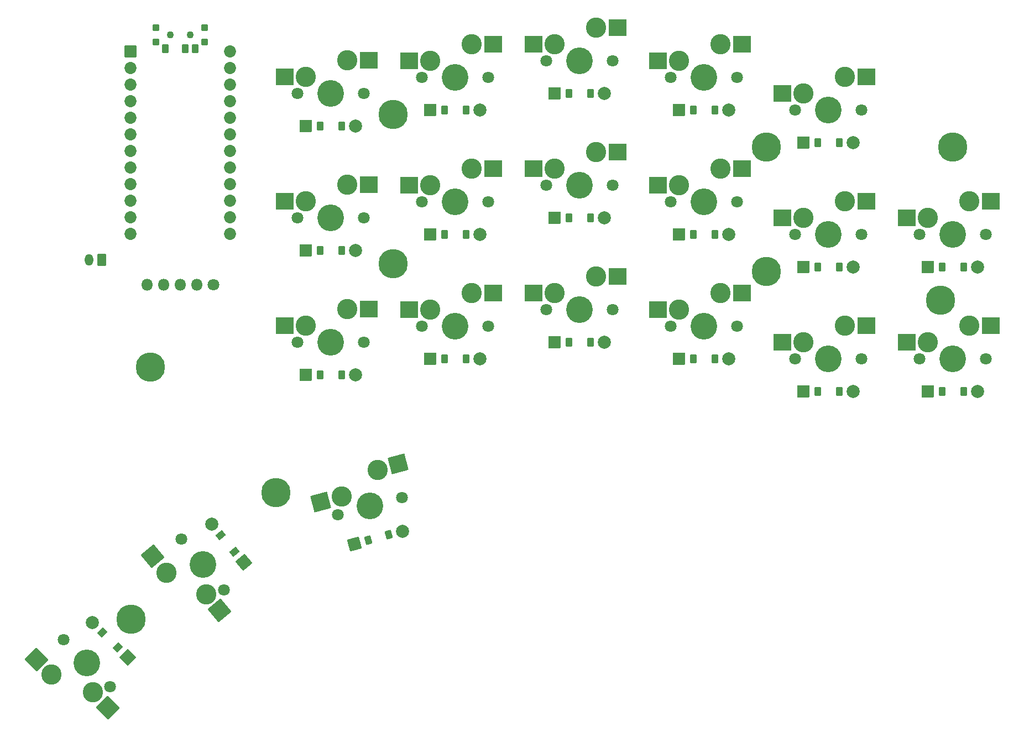
<source format=gbr>
%TF.GenerationSoftware,KiCad,Pcbnew,9.0.7*%
%TF.CreationDate,2026-02-08T22:38:48+02:00*%
%TF.ProjectId,juubo_right_unfinished,6a757562-6f5f-4726-9967-68745f756e66,v1.0.0*%
%TF.SameCoordinates,Original*%
%TF.FileFunction,Soldermask,Bot*%
%TF.FilePolarity,Negative*%
%FSLAX46Y46*%
G04 Gerber Fmt 4.6, Leading zero omitted, Abs format (unit mm)*
G04 Created by KiCad (PCBNEW 9.0.7) date 2026-02-08 22:38:48*
%MOMM*%
%LPD*%
G01*
G04 APERTURE LIST*
G04 Aperture macros list*
%AMRoundRect*
0 Rectangle with rounded corners*
0 $1 Rounding radius*
0 $2 $3 $4 $5 $6 $7 $8 $9 X,Y pos of 4 corners*
0 Add a 4 corners polygon primitive as box body*
4,1,4,$2,$3,$4,$5,$6,$7,$8,$9,$2,$3,0*
0 Add four circle primitives for the rounded corners*
1,1,$1+$1,$2,$3*
1,1,$1+$1,$4,$5*
1,1,$1+$1,$6,$7*
1,1,$1+$1,$8,$9*
0 Add four rect primitives between the rounded corners*
20,1,$1+$1,$2,$3,$4,$5,0*
20,1,$1+$1,$4,$5,$6,$7,0*
20,1,$1+$1,$6,$7,$8,$9,0*
20,1,$1+$1,$8,$9,$2,$3,0*%
G04 Aperture macros list end*
%ADD10RoundRect,0.050000X-0.450000X-0.450000X0.450000X-0.450000X0.450000X0.450000X-0.450000X0.450000X0*%
%ADD11C,1.100000*%
%ADD12RoundRect,0.050000X-0.450000X-0.625000X0.450000X-0.625000X0.450000X0.625000X-0.450000X0.625000X0*%
%ADD13C,1.801800*%
%ADD14C,3.100000*%
%ADD15C,4.087800*%
%ADD16RoundRect,0.050000X-1.275000X-1.250000X1.275000X-1.250000X1.275000X1.250000X-1.275000X1.250000X0*%
%ADD17C,0.800000*%
%ADD18C,4.500000*%
%ADD19RoundRect,0.050000X-0.889000X-0.889000X0.889000X-0.889000X0.889000X0.889000X-0.889000X0.889000X0*%
%ADD20RoundRect,0.050000X-0.450000X-0.600000X0.450000X-0.600000X0.450000X0.600000X-0.450000X0.600000X0*%
%ADD21C,2.005000*%
%ADD22RoundRect,0.050000X1.785445X-0.017678X-0.017678X1.785445X-1.785445X0.017678X0.017678X-1.785445X0*%
%ADD23RoundRect,0.050000X1.252452X-0.109575X0.109575X1.252452X-1.252452X0.109575X-0.109575X-1.252452X0*%
%ADD24RoundRect,0.050000X0.748881X0.040953X0.170372X0.730393X-0.748881X-0.040953X-0.170372X-0.730393X0*%
%ADD25RoundRect,0.050000X1.777110X-0.173222X0.138001X1.780191X-1.777110X0.173222X-0.138001X-1.780191X0*%
%ADD26RoundRect,0.050000X-0.908032X-1.537402X1.555079X-0.877413X0.908032X1.537402X-1.555079X0.877413X0*%
%ADD27RoundRect,0.050000X1.257236X0.000000X0.000000X1.257236X-1.257236X0.000000X0.000000X-1.257236X0*%
%ADD28RoundRect,0.050000X0.742462X0.106066X0.106066X0.742462X-0.742462X-0.106066X-0.106066X-0.742462X0*%
%ADD29RoundRect,0.050000X0.600000X0.850000X-0.600000X0.850000X-0.600000X-0.850000X0.600000X-0.850000X0*%
%ADD30O,1.300000X1.800000*%
%ADD31O,1.800000X1.800000*%
%ADD32C,1.800000*%
%ADD33RoundRect,0.050000X-0.876300X0.876300X-0.876300X-0.876300X0.876300X-0.876300X0.876300X0.876300X0*%
%ADD34C,1.852600*%
%ADD35RoundRect,0.050000X-0.628618X-1.088798X1.088798X-0.628618X0.628618X1.088798X-1.088798X0.628618X0*%
%ADD36RoundRect,0.050000X-0.279375X-0.696024X0.589958X-0.463087X0.279375X0.696024X-0.589958X0.463087X0*%
G04 APERTURE END LIST*
D10*
%TO.C,T1*%
X142830000Y-103710500D03*
X142830000Y-105910500D03*
D11*
X145030000Y-104810500D03*
X148030000Y-104810500D03*
D10*
X150230000Y-103710500D03*
X150230000Y-105910500D03*
D12*
X144280000Y-106885500D03*
X147280000Y-106885500D03*
X148780000Y-106885500D03*
%TD*%
D13*
%TO.C,S6*%
X221650000Y-149400000D03*
D14*
X222920000Y-146860000D03*
D15*
X226730000Y-149400000D03*
D14*
X229270000Y-144320000D03*
D13*
X231810000Y-149400000D03*
D16*
X219645000Y-146860000D03*
X232572000Y-144320000D03*
%TD*%
D17*
%TO.C,_9*%
X140307500Y-155710000D03*
X140790774Y-154543274D03*
X140790774Y-156876726D03*
X141957500Y-154060000D03*
D18*
X141957500Y-155710000D03*
D17*
X141957500Y-157360000D03*
X143124226Y-154543274D03*
X143124226Y-156876726D03*
X143607500Y-155710000D03*
%TD*%
D13*
%TO.C,S13*%
X183550000Y-130350000D03*
D14*
X184820000Y-127810000D03*
D15*
X188630000Y-130350000D03*
D14*
X191170000Y-125270000D03*
D13*
X193710000Y-130350000D03*
D16*
X181545000Y-127810000D03*
X194472000Y-125270000D03*
%TD*%
D19*
%TO.C,D9*%
X203870000Y-151900000D03*
D20*
X206030000Y-151900000D03*
X209330000Y-151900000D03*
D21*
X211490000Y-151900000D03*
%TD*%
D13*
%TO.C,S11*%
X202600000Y-108800000D03*
D14*
X203870000Y-106260000D03*
D15*
X207680000Y-108800000D03*
D14*
X210220000Y-103720000D03*
D13*
X212760000Y-108800000D03*
D16*
X200595000Y-106260000D03*
X213522000Y-103720000D03*
%TD*%
D19*
%TO.C,D6*%
X222920000Y-154400000D03*
D20*
X225080000Y-154400000D03*
X228380000Y-154400000D03*
D21*
X230540000Y-154400000D03*
%TD*%
D13*
%TO.C,S5*%
X240700000Y-116300000D03*
D14*
X241970000Y-113760000D03*
D15*
X245780000Y-116300000D03*
D14*
X248320000Y-111220000D03*
D13*
X250860000Y-116300000D03*
D16*
X238695000Y-113760000D03*
X251622000Y-111220000D03*
%TD*%
D19*
%TO.C,D4*%
X241970000Y-140350000D03*
D20*
X244130000Y-140350000D03*
X247430000Y-140350000D03*
D21*
X249590000Y-140350000D03*
%TD*%
D19*
%TO.C,D16*%
X165770000Y-137850000D03*
D20*
X167930000Y-137850000D03*
X171230000Y-137850000D03*
D21*
X173390000Y-137850000D03*
%TD*%
D13*
%TO.C,S7*%
X221650000Y-130350000D03*
D14*
X222920000Y-127810000D03*
D15*
X226730000Y-130350000D03*
D14*
X229270000Y-125270000D03*
D13*
X231810000Y-130350000D03*
D16*
X219645000Y-127810000D03*
X232572000Y-125270000D03*
%TD*%
D19*
%TO.C,D15*%
X165770000Y-156900000D03*
D20*
X167930000Y-156900000D03*
X171230000Y-156900000D03*
D21*
X173390000Y-156900000D03*
%TD*%
D13*
%TO.C,S15*%
X164500000Y-151900000D03*
D14*
X165770000Y-149360000D03*
D15*
X169580000Y-151900000D03*
D14*
X172120000Y-146820000D03*
D13*
X174660000Y-151900000D03*
D16*
X162495000Y-149360000D03*
X175422000Y-146820000D03*
%TD*%
D19*
%TO.C,D13*%
X184820000Y-135350000D03*
D20*
X186980000Y-135350000D03*
X190280000Y-135350000D03*
D21*
X192440000Y-135350000D03*
%TD*%
D19*
%TO.C,D2*%
X261020000Y-140350000D03*
D20*
X263180000Y-140350000D03*
X266480000Y-140350000D03*
D21*
X268640000Y-140350000D03*
%TD*%
D13*
%TO.C,S20*%
X135816898Y-204582408D03*
D14*
X133122822Y-205480434D03*
D15*
X132224796Y-200990306D03*
D14*
X126836642Y-202786357D03*
D13*
X128632694Y-197398204D03*
D22*
X135438596Y-207796209D03*
X124501776Y-200451491D03*
%TD*%
D19*
%TO.C,D7*%
X222920000Y-135350000D03*
D20*
X225080000Y-135350000D03*
X228380000Y-135350000D03*
D21*
X230540000Y-135350000D03*
%TD*%
D13*
%TO.C,S1*%
X259750000Y-154400000D03*
D14*
X261020000Y-151860000D03*
D15*
X264830000Y-154400000D03*
D14*
X267370000Y-149320000D03*
D13*
X269910000Y-154400000D03*
D16*
X257745000Y-151860000D03*
X270672000Y-149320000D03*
%TD*%
D19*
%TO.C,D10*%
X203870000Y-132850000D03*
D20*
X206030000Y-132850000D03*
X209330000Y-132850000D03*
D21*
X211490000Y-132850000D03*
%TD*%
D13*
%TO.C,S2*%
X259750000Y-135350000D03*
D14*
X261020000Y-132810000D03*
D15*
X264830000Y-135350000D03*
D14*
X267370000Y-130270000D03*
D13*
X269910000Y-135350000D03*
D16*
X257745000Y-132810000D03*
X270672000Y-130270000D03*
%TD*%
D19*
%TO.C,D3*%
X241970000Y-159400000D03*
D20*
X244130000Y-159400000D03*
X247430000Y-159400000D03*
D21*
X249590000Y-159400000D03*
%TD*%
D19*
%TO.C,D8*%
X222920000Y-116300000D03*
D20*
X225080000Y-116300000D03*
X228380000Y-116300000D03*
D21*
X230540000Y-116300000D03*
%TD*%
D17*
%TO.C,_4*%
X177455000Y-117015000D03*
X177938274Y-115848274D03*
X177938274Y-118181726D03*
X179105000Y-115365000D03*
D18*
X179105000Y-117015000D03*
D17*
X179105000Y-118665000D03*
X180271726Y-115848274D03*
X180271726Y-118181726D03*
X180755000Y-117015000D03*
%TD*%
D23*
%TO.C,D19*%
X156248588Y-185587598D03*
D24*
X154860167Y-183932942D03*
X152738967Y-181404996D03*
D21*
X151350546Y-179750340D03*
%TD*%
D13*
%TO.C,S8*%
X221650000Y-111300000D03*
D14*
X222920000Y-108760000D03*
D15*
X226730000Y-111300000D03*
D14*
X229270000Y-106220000D03*
D13*
X231810000Y-111300000D03*
D16*
X219645000Y-108760000D03*
X232572000Y-106220000D03*
%TD*%
D17*
%TO.C,_2*%
X263180000Y-122015000D03*
X263663274Y-120848274D03*
X263663274Y-123181726D03*
X264830000Y-120365000D03*
D18*
X264830000Y-122015000D03*
D17*
X264830000Y-123665000D03*
X265996726Y-120848274D03*
X265996726Y-123181726D03*
X266480000Y-122015000D03*
%TD*%
D19*
%TO.C,D1*%
X261020000Y-159400000D03*
D20*
X263180000Y-159400000D03*
X266480000Y-159400000D03*
D21*
X268640000Y-159400000D03*
%TD*%
D17*
%TO.C,_3*%
X234605000Y-122015000D03*
X235088274Y-120848274D03*
X235088274Y-123181726D03*
X236255000Y-120365000D03*
D18*
X236255000Y-122015000D03*
D17*
X236255000Y-123665000D03*
X237421726Y-120848274D03*
X237421726Y-123181726D03*
X237905000Y-122015000D03*
%TD*%
D13*
%TO.C,S19*%
X153234706Y-189774413D03*
D14*
X150472613Y-190434217D03*
D15*
X149969345Y-185882907D03*
D14*
X144445159Y-187202515D03*
D13*
X146703984Y-181991401D03*
D25*
X152577742Y-192943012D03*
X142322674Y-184673036D03*
%TD*%
D17*
%TO.C,_7*%
X140126714Y-195421840D03*
X138959988Y-195905114D03*
X140609988Y-194255114D03*
X137793262Y-195421840D03*
D18*
X138959988Y-194255114D03*
D17*
X140126714Y-193088388D03*
X137309988Y-194255114D03*
X138959988Y-192605114D03*
X137793262Y-193088388D03*
%TD*%
D19*
%TO.C,D17*%
X165770000Y-118800000D03*
D20*
X167930000Y-118800000D03*
X171230000Y-118800000D03*
D21*
X173390000Y-118800000D03*
%TD*%
D19*
%TO.C,D12*%
X184820000Y-154400000D03*
D20*
X186980000Y-154400000D03*
X190280000Y-154400000D03*
D21*
X192440000Y-154400000D03*
%TD*%
D13*
%TO.C,S18*%
X170673097Y-178264801D03*
D14*
X171242422Y-175482649D03*
D15*
X175580000Y-176950000D03*
D14*
X176718651Y-171385696D03*
D13*
X180486903Y-175635199D03*
D26*
X168079015Y-176330281D03*
X179908138Y-170531076D03*
%TD*%
D13*
%TO.C,S14*%
X183550000Y-111300000D03*
D14*
X184820000Y-108760000D03*
D15*
X188630000Y-111300000D03*
D14*
X191170000Y-106220000D03*
D13*
X193710000Y-111300000D03*
D16*
X181545000Y-108760000D03*
X194472000Y-106220000D03*
%TD*%
D13*
%TO.C,S3*%
X240700000Y-154400000D03*
D14*
X241970000Y-151860000D03*
D15*
X245780000Y-154400000D03*
D14*
X248320000Y-149320000D03*
D13*
X250860000Y-154400000D03*
D16*
X238695000Y-151860000D03*
X251622000Y-149320000D03*
%TD*%
D17*
%TO.C,_5*%
X234605000Y-141065000D03*
X235088274Y-139898274D03*
X235088274Y-142231726D03*
X236255000Y-139415000D03*
D18*
X236255000Y-141065000D03*
D17*
X236255000Y-142715000D03*
X237421726Y-139898274D03*
X237421726Y-142231726D03*
X237905000Y-141065000D03*
%TD*%
%TO.C,_1*%
X261275000Y-145446500D03*
X261758274Y-144279774D03*
X261758274Y-146613226D03*
X262925000Y-143796500D03*
D18*
X262925000Y-145446500D03*
D17*
X262925000Y-147096500D03*
X264091726Y-144279774D03*
X264091726Y-146613226D03*
X264575000Y-145446500D03*
%TD*%
D13*
%TO.C,S10*%
X202600000Y-127850000D03*
D14*
X203870000Y-125310000D03*
D15*
X207680000Y-127850000D03*
D14*
X210220000Y-122770000D03*
D13*
X212760000Y-127850000D03*
D16*
X200595000Y-125310000D03*
X213522000Y-122770000D03*
%TD*%
D13*
%TO.C,S16*%
X164500000Y-132850000D03*
D14*
X165770000Y-130310000D03*
D15*
X169580000Y-132850000D03*
D14*
X172120000Y-127770000D03*
D13*
X174660000Y-132850000D03*
D16*
X162495000Y-130310000D03*
X175422000Y-127770000D03*
%TD*%
D27*
%TO.C,D20*%
X138454407Y-200148849D03*
D28*
X136927056Y-198621498D03*
X134593604Y-196288046D03*
D21*
X133066253Y-194760695D03*
%TD*%
D29*
%TO.C,JST1*%
X134530000Y-139222500D03*
D30*
X132530000Y-139222500D03*
%TD*%
D13*
%TO.C,S4*%
X240700000Y-135350000D03*
D14*
X241970000Y-132810000D03*
D15*
X245780000Y-135350000D03*
D14*
X248320000Y-130270000D03*
D13*
X250860000Y-135350000D03*
D16*
X238695000Y-132810000D03*
X251622000Y-130270000D03*
%TD*%
D31*
%TO.C,DISP1*%
X141450000Y-143025000D03*
X143990000Y-143025000D03*
X146530000Y-143025000D03*
X149070000Y-143025000D03*
D32*
X151610000Y-143025000D03*
%TD*%
D19*
%TO.C,D11*%
X203870000Y-113800000D03*
D20*
X206030000Y-113800000D03*
X209330000Y-113800000D03*
D21*
X211490000Y-113800000D03*
%TD*%
D17*
%TO.C,_8*%
X177455000Y-139875000D03*
X177938274Y-138708274D03*
X177938274Y-141041726D03*
X179105000Y-138225000D03*
D18*
X179105000Y-139875000D03*
D17*
X179105000Y-141525000D03*
X180271726Y-138708274D03*
X180271726Y-141041726D03*
X180755000Y-139875000D03*
%TD*%
D19*
%TO.C,D14*%
X184820000Y-116300000D03*
D20*
X186980000Y-116300000D03*
X190280000Y-116300000D03*
D21*
X192440000Y-116300000D03*
%TD*%
D19*
%TO.C,D5*%
X241970000Y-121300000D03*
D20*
X244130000Y-121300000D03*
X247430000Y-121300000D03*
D21*
X249590000Y-121300000D03*
%TD*%
D33*
%TO.C,MCU1*%
X138910000Y-107355000D03*
D34*
X138910000Y-109895000D03*
X138910000Y-112435000D03*
X138910000Y-114975000D03*
X138910000Y-117515000D03*
X138910000Y-120055000D03*
X138910000Y-122595000D03*
X138910000Y-125135000D03*
X138910000Y-127675000D03*
X138910000Y-130215000D03*
X138910000Y-132755000D03*
X138910000Y-135295000D03*
X154150000Y-107355000D03*
X154150000Y-109895000D03*
X154150000Y-112435000D03*
X154150000Y-114975000D03*
X154150000Y-117515000D03*
X154150000Y-120055000D03*
X154150000Y-122595000D03*
X154150000Y-125135000D03*
X154150000Y-127675000D03*
X154150000Y-130215000D03*
X154150000Y-132755000D03*
X154150000Y-135295000D03*
%TD*%
D13*
%TO.C,S12*%
X183550000Y-149400000D03*
D14*
X184820000Y-146860000D03*
D15*
X188630000Y-149400000D03*
D14*
X191170000Y-144320000D03*
D13*
X193710000Y-149400000D03*
D16*
X181545000Y-146860000D03*
X194472000Y-144320000D03*
%TD*%
D13*
%TO.C,S17*%
X164500000Y-113800000D03*
D14*
X165770000Y-111260000D03*
D15*
X169580000Y-113800000D03*
D14*
X172120000Y-108720000D03*
D13*
X174660000Y-113800000D03*
D16*
X162495000Y-111260000D03*
X175422000Y-108720000D03*
%TD*%
D13*
%TO.C,S9*%
X202600000Y-146900000D03*
D14*
X203870000Y-144360000D03*
D15*
X207680000Y-146900000D03*
D14*
X210220000Y-141820000D03*
D13*
X212760000Y-146900000D03*
D16*
X200595000Y-144360000D03*
X213522000Y-141820000D03*
%TD*%
D35*
%TO.C,D18*%
X173193918Y-182765731D03*
D36*
X175280317Y-182206679D03*
X178467873Y-181352579D03*
D21*
X180554272Y-180793527D03*
%TD*%
D17*
%TO.C,_6*%
X159626450Y-175308136D03*
X159791286Y-174056086D03*
X160395228Y-176310028D03*
X161647278Y-176474864D03*
D18*
X161220228Y-174881086D03*
D17*
X160793178Y-173287308D03*
X162045228Y-173452144D03*
X162649170Y-175706086D03*
X162814006Y-174454036D03*
%TD*%
M02*

</source>
